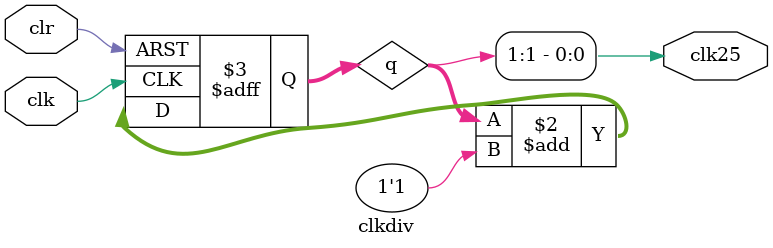
<source format=v>
`timescale 1ns / 1ps
module clkdiv(
    input clk,  
    input clr,  
    output clk25  
    );  
    
    reg  [24:0] q;  
    //25Î»¼ÆÊýÆ÷   
    always@(posedge clk or posedge clr) begin  
        if(clr)  
            q <= 0;  
        else   
            q <= q + 1'b1;  
    end  
      
    assign clk25 = q[1];  

endmodule

</source>
